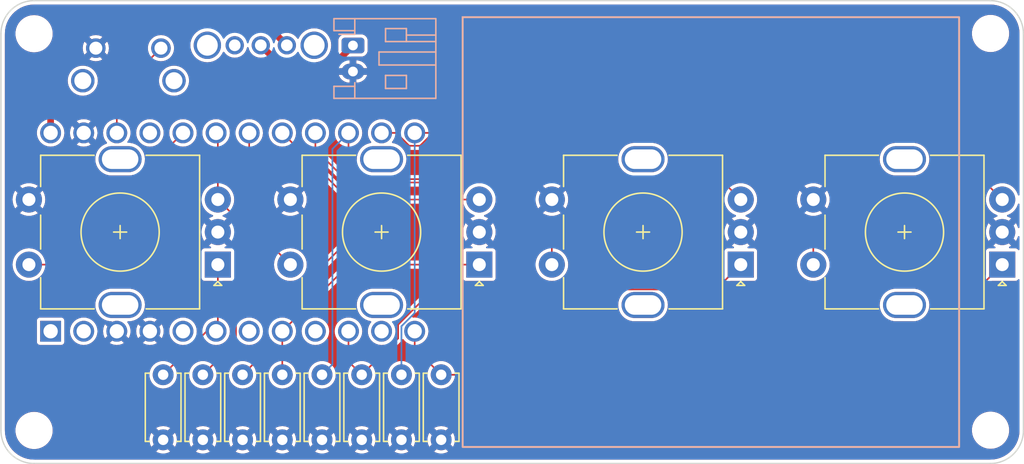
<source format=kicad_pcb>
(kicad_pcb (version 20211014) (generator pcbnew)
  (layers (0 "F.Cu" signal) (31 "B.Cu" signal) (34 "B.Paste" user) (35 "F.Paste" user) (36 "B.SilkS" user "B.Silkscreen") (37 "F.SilkS" user "F.Silkscreen") (38 "B.Mask" user) (39 "F.Mask" user) (44 "Edge.Cuts" user))
  (net 0 "")
  (net 1 "GND")
  (net 2 "Encoder 1 A")
  (net 3 "Encoder 1 B")
  (net 4 "Encoder 2 A")
  (net 5 "Encoder 2 B")
  (net 6 "Encoder 3 A")
  (net 7 "Encoder 3 B")
  (net 8 "Encoder 4 A")
  (net 9 "Encoder 4 B")
  (net 10 "Encoder 1 Switch")
  (net 11 "Encoder 2 Switch")
  (net 12 "Encoder 3 Switch")
  (net 13 "Encoder 4 Switch")
  (net 16 "+5V")
  (net 17 "+BATT")
  (net 18 "Net-(BT1-Pad1)")
  (net 24 "Reset")
  (footprint "MountingHole:MountingHole_2.2mm_M2" (layer "F.Cu") (at 205.486 78.721949)
    (fp_text reference "H4" hide)
    (fp_text value "MountingHole" hide)
    (pad "" np_thru_hole circle (at 0 0) (size 2.2 2.2) (drill 2.2) (layers *.Cu *.Mask))
  )
  (footprint "Capacitor_THT:C_Disc_D5.0mm_W2.5mm_P5.00mm" (layer "F.Cu") (at 141.986 79.462 90)
    (fp_text reference "C1" hide)
    (fp_text value "C" hide)
    (fp_line (start 5.12 -1.37) (end 5.12 -1.055) (layer "F.SilkS") (width 0.12))
    (fp_line (start -0.12 -1.37) (end -0.12 -1.055) (layer "F.SilkS") (width 0.12))
    (fp_line (start -0.12 -1.37) (end 5.12 -1.37) (layer "F.SilkS") (width 0.12))
    (fp_line (start 5.12 1.055) (end 5.12 1.37) (layer "F.SilkS") (width 0.12))
    (fp_line (start -0.12 1.37) (end 5.12 1.37) (layer "F.SilkS") (width 0.12))
    (fp_line (start -0.12 1.055) (end -0.12 1.37) (layer "F.SilkS") (width 0.12))
    (pad "1" thru_hole circle (at 0 0 90) (size 1.6 1.6) (drill 0.8) (layers *.Cu *.Mask) (net 1 "GND"))
    (pad "2" thru_hole circle (at 5 0 90) (size 1.6 1.6) (drill 0.8) (layers *.Cu *.Mask) (net 2 "Encoder 1 A"))
  )
  (footprint "Capacitor_THT:C_Disc_D5.0mm_W2.5mm_P5.00mm" (layer "F.Cu") (at 151.13 79.462 90)
    (fp_text reference "C3" hide)
    (fp_text value "C" hide)
    (fp_line (start -0.12 -1.37) (end -0.12 -1.055) (layer "F.SilkS") (width 0.12))
    (fp_line (start 5.12 1.055) (end 5.12 1.37) (layer "F.SilkS") (width 0.12))
    (fp_line (start -0.12 -1.37) (end 5.12 -1.37) (layer "F.SilkS") (width 0.12))
    (fp_line (start -0.12 1.37) (end 5.12 1.37) (layer "F.SilkS") (width 0.12))
    (fp_line (start 5.12 -1.37) (end 5.12 -1.055) (layer "F.SilkS") (width 0.12))
    (fp_line (start -0.12 1.055) (end -0.12 1.37) (layer "F.SilkS") (width 0.12))
    (pad "1" thru_hole circle (at 0 0 90) (size 1.6 1.6) (drill 0.8) (layers *.Cu *.Mask) (net 1 "GND"))
    (pad "2" thru_hole circle (at 5 0 90) (size 1.6 1.6) (drill 0.8) (layers *.Cu *.Mask) (net 4 "Encoder 2 A"))
  )
  (footprint "Pale Slim Ghost:RotaryEncoder_EC11" (layer "F.Cu") (at 138.684 63.5 180)
    (fp_text reference "SW1" hide)
    (fp_text value "RotaryEncoder_Switch" hide)
    (fp_line (start -6.1 -5.9) (end -6.1 5.9) (layer "F.SilkS") (width 0.12))
    (fp_line (start 6.1 3.5) (end 6.1 5.9) (layer "F.SilkS") (width 0.12))
    (fp_line (start -2 -5.9) (end -6.1 -5.9) (layer "F.SilkS") (width 0.12))
    (fp_line (start 2 -5.9) (end 6.1 -5.9) (layer "F.SilkS") (width 0.12))
    (fp_line (start -7.2 -4.1) (end -7.5 -3.8) (layer "F.SilkS") (width 0.12))
    (fp_line (start 6.1 -5.9) (end 6.1 -3.5) (layer "F.SilkS") (width 0.12))
    (fp_line (start -0.5 0) (end 0.5 0) (layer "F.SilkS") (width 0.12))
    (fp_line (start -2 5.9) (end -6.1 5.9) (layer "F.SilkS") (width 0.12))
    (fp_line (start -7.8 -4.1) (end -7.2 -4.1) (layer "F.SilkS") (width 0.12))
    (fp_line (start 6.1 5.9) (end 2 5.9) (layer "F.SilkS") (width 0.12))
    (fp_line (start 6.1 -1.3) (end 6.1 1.3) (layer "F.SilkS") (width 0.12))
    (fp_line (start -7.5 -3.8) (end -7.8 -4.1) (layer "F.SilkS") (width 0.12))
    (fp_line (start 0 -0.5) (end 0 0.5) (layer "F.SilkS") (width 0.12))
    (fp_circle (center 0 0) (end 3 0) (layer "F.SilkS") (width 0.12) (fill none))
    (pad "" thru_hole oval (at 0 5.6 180) (size 3.3 2) (drill oval 2.8 1.5) (layers *.Cu *.Mask))
    (pad "" thru_hole oval (at 0 -5.6 180) (size 3.3 2) (drill oval 2.8 1.5) (layers *.Cu *.Mask))
    (pad "A" thru_hole rect (at -7.5 -2.5 180) (size 2 2) (drill 1) (layers *.Cu *.Mask) (net 2 "Encoder 1 A"))
    (pad "B" thru_hole circle (at -7.5 2.5 180) (size 2 2) (drill 1) (layers *.Cu *.Mask) (net 3 "Encoder 1 B"))
    (pad "C" thru_hole circle (at -7.5 0 180) (size 2 2) (drill 1) (layers *.Cu *.Mask) (net 1 "GND"))
    (pad "S1" thru_hole circle (at 7 2.5 180) (size 2 2) (drill 1) (layers *.Cu *.Mask) (net 1 "GND"))
    (pad "S2" thru_hole circle (at 7 -2.5 180) (size 2 2) (drill 1) (layers *.Cu *.Mask) (net 10 "Encoder 1 Switch"))
  )
  (footprint "Capacitor_THT:C_Disc_D5.0mm_W2.5mm_P5.00mm" (layer "F.Cu") (at 160.274 74.462 -90)
    (fp_text reference "C8" hide)
    (fp_text value "C" hide)
    (fp_line (start -0.12 1.37) (end 5.12 1.37) (layer "F.SilkS") (width 0.12))
    (fp_line (start 5.12 1.055) (end 5.12 1.37) (layer "F.SilkS") (width 0.12))
    (fp_line (start 5.12 -1.37) (end 5.12 -1.055) (layer "F.SilkS") (width 0.12))
    (fp_line (start -0.12 1.055) (end -0.12 1.37) (layer "F.SilkS") (width 0.12))
    (fp_line (start -0.12 -1.37) (end -0.12 -1.055) (layer "F.SilkS") (width 0.12))
    (fp_line (start -0.12 -1.37) (end 5.12 -1.37) (layer "F.SilkS") (width 0.12))
    (pad "1" thru_hole circle (at 0 0 270) (size 1.6 1.6) (drill 0.8) (layers *.Cu *.Mask) (net 9 "Encoder 4 B"))
    (pad "2" thru_hole circle (at 5 0 270) (size 1.6 1.6) (drill 0.8) (layers *.Cu *.Mask) (net 1 "GND"))
  )
  (footprint "MountingHole:MountingHole_2.2mm_M2" (layer "F.Cu") (at 132.08 48.26)
    (fp_text reference "H1" hide)
    (fp_text value "MountingHole" hide)
    (pad "" np_thru_hole circle (at 0 0) (size 2.2 2.2) (drill 2.2) (layers *.Cu *.Mask))
  )
  (footprint "Pale Slim Ghost:EliteC-back" (layer "F.Cu") (at 147.32 63.5)
    (fp_text reference "U1" hide)
    (fp_text value "ProMicro" hide)
    (pad "1" thru_hole rect (at -13.97 7.62) (size 1.6 1.6) (drill 1.1) (layers *.Cu *.Mask))
    (pad "2" thru_hole circle (at -11.43 7.62) (size 1.6 1.6) (drill 1.1) (layers *.Cu *.Mask))
    (pad "3" thru_hole circle (at -8.89 7.62) (size 1.6 1.6) (drill 1.1) (layers *.Cu *.Mask) (net 1 "GND"))
    (pad "4" thru_hole circle (at -6.35 7.62) (size 1.6 1.6) (drill 1.1) (layers *.Cu *.Mask) (net 1 "GND"))
    (pad "5" thru_hole circle (at -3.81 7.62) (size 1.6 1.6) (drill 1.1) (layers *.Cu *.Mask))
    (pad "6" thru_hole circle (at -1.27 7.62) (size 1.6 1.6) (drill 1.1) (layers *.Cu *.Mask) (net 2 "Encoder 1 A"))
    (pad "7" thru_hole circle (at 1.27 7.62) (size 1.6 1.6) (drill 1.1) (layers *.Cu *.Mask))
    (pad "8" thru_hole circle (at 3.81 7.62) (size 1.6 1.6) (drill 1.1) (layers *.Cu *.Mask) (net 4 "Encoder 2 A"))
    (pad "9" thru_hole circle (at 6.35 7.62) (size 1.6 1.6) (drill 1.1) (layers *.Cu *.Mask))
    (pad "10" thru_hole circle (at 8.89 7.62) (size 1.6 1.6) (drill 1.1) (layers *.Cu *.Mask) (net 6 "Encoder 3 A"))
    (pad "11" thru_hole circle (at 11.43 7.62) (size 1.6 1.6) (drill 1.1) (layers *.Cu *.Mask))
    (pad "12" thru_hole circle (at 13.97 7.62) (size 1.6 1.6) (drill 1.1) (layers *.Cu *.Mask) (net 8 "Encoder 4 A"))
    (pad "13" thru_hole circle (at 13.97 -7.62) (size 1.6 1.6) (drill 1.1) (layers *.Cu *.Mask) (net 9 "Encoder 4 B"))
    (pad "14" thru_hole circle (at 11.43 -7.62) (size 1.6 1.6) (drill 1.1) (layers *.Cu *.Mask) (net 13 "Encoder 4 Switch"))
    (pad "15" thru_hole circle (at 8.89 -7.62) (size 1.6 1.6) (drill 1.1) (layers *.Cu *.Mask) (net 7 "Encoder 3 B"))
    (pad "16" thru_hole circle (at 6.35 -7.62) (size 1.6 1.6) (drill 1.1) (layers *.Cu *.Mask) (net 12 "Encoder 3 Switch"))
    (pad "17" thru_hole circle (at 3.81 -7.62) (size 1.6 1.6) (drill 1.1) (layers *.Cu *.Mask) (net 5 "Encoder 2 B"))
    (pad "18" thru_hole circle (at 1.27 -7.62) (size 1.6 1.6) (drill 1.1) (layers *.Cu *.Mask) (net 11 "Encoder 2 Switch"))
    (pad "19" thru_hole circle (at -1.27 -7.62) (size 1.6 1.6) (drill 1.1) (layers *.Cu *.Mask) (net 3 "Encoder 1 B"))
    (pad "20" thru_hole circle (at -3.81 -7.62) (size 1.6 1.6) (drill 1.1) (layers *.Cu *.Mask) (net 10 "Encoder 1 Switch"))
    (pad "21" thru_hole circle (at -6.35 -7.62) (size 1.6 1.6) (drill 1.1) (layers *.Cu *.Mask) (net 16 "+5V"))
    (pad "22" thru_hole circle (at -8.89 -7.62) (size 1.6 1.6) (drill 1.1) (layers *.Cu *.Mask) (net 24 "Reset"))
    (pad "23" thru_hole circle (at -11.43 -7.62) (size 1.6 1.6) (drill 1.1) (layers *.Cu *.Mask) (net 1 "GND"))
    (pad "24" thru_hole circle (at -13.97 -7.62) (size 1.6 1.6) (drill 1.1) (layers *.Cu *.Mask) (net 17 "+BATT"))
  )
  (footprint "Capacitor_THT:C_Disc_D5.0mm_W2.5mm_P5.00mm" (layer "F.Cu") (at 154.178 74.462 -90)
    (fp_text reference "C6" hide)
    (fp_text value "C" hide)
    (fp_line (start -0.12 -1.37) (end -0.12 -1.055) (layer "F.SilkS") (width 0.12))
    (fp_line (start -0.12 1.37) (end 5.12 1.37) (layer "F.SilkS") (width 0.12))
    (fp_line (start 5.12 -1.37) (end 5.12 -1.055) (layer "F.SilkS") (width 0.12))
    (fp_line (start -0.12 1.055) (end -0.12 1.37) (layer "F.SilkS") (width 0.12))
    (fp_line (start 5.12 1.055) (end 5.12 1.37) (layer "F.SilkS") (width 0.12))
    (fp_line (start -0.12 -1.37) (end 5.12 -1.37) (layer "F.SilkS") (width 0.12))
    (pad "1" thru_hole circle (at 0 0 270) (size 1.6 1.6) (drill 0.8) (layers *.Cu *.Mask) (net 7 "Encoder 3 B"))
    (pad "2" thru_hole circle (at 5 0 270) (size 1.6 1.6) (drill 0.8) (layers *.Cu *.Mask) (net 1 "GND"))
  )
  (footprint "Capacitor_THT:C_Disc_D5.0mm_W2.5mm_P5.00mm" (layer "F.Cu") (at 163.322 79.462 90)
    (fp_text reference "C7" hide)
    (fp_text value "C" hide)
    (fp_line (start 5.12 1.055) (end 5.12 1.37) (layer "F.SilkS") (width 0.12))
    (fp_line (start -0.12 1.37) (end 5.12 1.37) (layer "F.SilkS") (width 0.12))
    (fp_line (start -0.12 -1.37) (end -0.12 -1.055) (layer "F.SilkS") (width 0.12))
    (fp_line (start 5.12 -1.37) (end 5.12 -1.055) (layer "F.SilkS") (width 0.12))
    (fp_line (start -0.12 1.055) (end -0.12 1.37) (layer "F.SilkS") (width 0.12))
    (fp_line (start -0.12 -1.37) (end 5.12 -1.37) (layer "F.SilkS") (width 0.12))
    (pad "1" thru_hole circle (at 0 0 90) (size 1.6 1.6) (drill 0.8) (layers *.Cu *.Mask) (net 1 "GND"))
    (pad "2" thru_hole circle (at 5 0 90) (size 1.6 1.6) (drill 0.8) (layers *.Cu *.Mask) (net 8 "Encoder 4 A"))
  )
  (footprint "MountingHole:MountingHole_2.2mm_M2" (layer "F.Cu") (at 205.486 48.241949)
    (fp_text reference "H2" hide)
    (fp_text value "MountingHole" hide)
    (pad "" np_thru_hole circle (at 0 0) (size 2.2 2.2) (drill 2.2) (layers *.Cu *.Mask))
  )
  (footprint "Capacitor_THT:C_Disc_D5.0mm_W2.5mm_P5.00mm" (layer "F.Cu") (at 145.034 74.462 -90)
    (fp_text reference "C2" hide)
    (fp_text value "C" hide)
    (fp_line (start -0.12 1.37) (end 5.12 1.37) (layer "F.SilkS") (width 0.12))
    (fp_line (start -0.12 -1.37) (end 5.12 -1.37) (layer "F.SilkS") (width 0.12))
    (fp_line (start -0.12 -1.37) (end -0.12 -1.055) (layer "F.SilkS") (width 0.12))
    (fp_line (start 5.12 -1.37) (end 5.12 -1.055) (layer "F.SilkS") (width 0.12))
    (fp_line (start -0.12 1.055) (end -0.12 1.37) (layer "F.SilkS") (width 0.12))
    (fp_line (start 5.12 1.055) (end 5.12 1.37) (layer "F.SilkS") (width 0.12))
    (pad "1" thru_hole circle (at 0 0 270) (size 1.6 1.6) (drill 0.8) (layers *.Cu *.Mask) (net 3 "Encoder 1 B"))
    (pad "2" thru_hole circle (at 5 0 270) (size 1.6 1.6) (drill 0.8) (layers *.Cu *.Mask) (net 1 "GND"))
  )
  (footprint "Capacitor_THT:C_Disc_D5.0mm_W2.5mm_P5.00mm" (layer "F.Cu") (at 157.226 79.462 90)
    (fp_text reference "C5" hide)
    (fp_text value "C" hide)
    (fp_line (start 5.12 -1.37) (end 5.12 -1.055) (layer "F.SilkS") (width 0.12))
    (fp_line (start -0.12 1.37) (end 5.12 1.37) (layer "F.SilkS") (width 0.12))
    (fp_line (start 5.12 1.055) (end 5.12 1.37) (layer "F.SilkS") (width 0.12))
    (fp_line (start -0.12 1.055) (end -0.12 1.37) (layer "F.SilkS") (width 0.12))
    (fp_line (start -0.12 -1.37) (end -0.12 -1.055) (layer "F.SilkS") (width 0.12))
    (fp_line (start -0.12 -1.37) (end 5.12 -1.37) (layer "F.SilkS") (width 0.12))
    (pad "1" thru_hole circle (at 0 0 90) (size 1.6 1.6) (drill 0.8) (layers *.Cu *.Mask) (net 1 "GND"))
    (pad "2" thru_hole circle (at 5 0 90) (size 1.6 1.6) (drill 0.8) (layers *.Cu *.Mask) (net 6 "Encoder 3 A"))
  )
  (footprint "Pale Slim Ghost:RotaryEncoder_EC11" (layer "F.Cu") (at 158.75 63.5 180)
    (fp_text reference "SW2" hide)
    (fp_text value "RotaryEncoder_Switch" hide)
    (fp_line (start 0 -0.5) (end 0 0.5) (layer "F.SilkS") (width 0.12))
    (fp_line (start 2 -5.9) (end 6.1 -5.9) (layer "F.SilkS") (width 0.12))
    (fp_line (start -7.8 -4.1) (end -7.2 -4.1) (layer "F.SilkS") (width 0.12))
    (fp_line (start -7.2 -4.1) (end -7.5 -3.8) (layer "F.SilkS") (width 0.12))
    (fp_line (start -7.5 -3.8) (end -7.8 -4.1) (layer "F.SilkS") (width 0.12))
    (fp_line (start 6.1 -5.9) (end 6.1 -3.5) (layer "F.SilkS") (width 0.12))
    (fp_line (start 6.1 -1.3) (end 6.1 1.3) (layer "F.SilkS") (width 0.12))
    (fp_line (start -2 5.9) (end -6.1 5.9) (layer "F.SilkS") (width 0.12))
    (fp_line (start -0.5 0) (end 0.5 0) (layer "F.SilkS") (width 0.12))
    (fp_line (start -2 -5.9) (end -6.1 -5.9) (layer "F.SilkS") (width 0.12))
    (fp_line (start 6.1 5.9) (end 2 5.9) (layer "F.SilkS") (width 0.12))
    (fp_line (start -6.1 -5.9) (end -6.1 5.9) (layer "F.SilkS") (width 0.12))
    (fp_line (start 6.1 3.5) (end 6.1 5.9) (layer "F.SilkS") (width 0.12))
    (fp_circle (center 0 0) (end 3 0) (layer "F.SilkS") (width 0.12) (fill none))
    (pad "" thru_hole oval (at 0 5.6 180) (size 3.3 2) (drill oval 2.8 1.5) (layers *.Cu *.Mask))
    (pad "" thru_hole oval (at 0 -5.6 180) (size 3.3 2) (drill oval 2.8 1.5) (layers *.Cu *.Mask))
    (pad "A" thru_hole rect (at -7.5 -2.5 180) (size 2 2) (drill 1) (layers *.Cu *.Mask) (net 4 "Encoder 2 A"))
    (pad "B" thru_hole circle (at -7.5 2.5 180) (size 2 2) (drill 1) (layers *.Cu *.Mask) (net 5 "Encoder 2 B"))
    (pad "C" thru_hole circle (at -7.5 0 180) (size 2 2) (drill 1) (layers *.Cu *.Mask) (net 1 "GND"))
    (pad "S1" thru_hole circle (at 7 2.5 180) (size 2 2) (drill 1) (layers *.Cu *.Mask) (net 1 "GND"))
    (pad "S2" thru_hole circle (at 7 -2.5 180) (size 2 2) (drill 1) (layers *.Cu *.Mask) (net 11 "Encoder 2 Switch"))
  )
  (footprint "Pale Slim Ghost:RotaryEncoder_EC11" (layer "F.Cu") (at 178.816 63.5 180)
    (fp_text reference "SW3" hide)
    (fp_text value "RotaryEncoder_Switch" hide)
    (fp_line (start 0 -0.5) (end 0 0.5) (layer "F.SilkS") (width 0.12))
    (fp_line (start -7.2 -4.1) (end -7.5 -3.8) (layer "F.SilkS") (width 0.12))
    (fp_line (start -2 -5.9) (end -6.1 -5.9) (layer "F.SilkS") (width 0.12))
    (fp_line (start -2 5.9) (end -6.1 5.9) (layer "F.SilkS") (width 0.12))
    (fp_line (start 6.1 -5.9) (end 6.1 -3.5) (layer "F.SilkS") (width 0.12))
    (fp_line (start 6.1 3.5) (end 6.1 5.9) (layer "F.SilkS") (width 0.12))
    (fp_line (start -6.1 -5.9) (end -6.1 5.9) (layer "F.SilkS") (width 0.12))
    (fp_line (start 6.1 5.9) (end 2 5.9) (layer "F.SilkS") (width 0.12))
    (fp_line (start -0.5 0) (end 0.5 0) (layer "F.SilkS") (width 0.12))
    (fp_line (start 2 -5.9) (end 6.1 -5.9) (layer "F.SilkS") (width 0.12))
    (fp_line (start -7.8 -4.1) (end -7.2 -4.1) (layer "F.SilkS") (width 0.12))
    (fp_line (start 6.1 -1.3) (end 6.1 1.3) (layer "F.SilkS") (width 0.12))
    (fp_line (start -7.5 -3.8) (end -7.8 -4.1) (layer "F.SilkS") (width 0.12))
    (fp_circle (center 0 0) (end 3 0) (layer "F.SilkS") (width 0.12) (fill none))
    (pad "" thru_hole oval (at 0 5.6 180) (size 3.3 2) (drill oval 2.8 1.5) (layers *.Cu *.Mask))
    (pad "" thru_hole oval (at 0 -5.6 180) (size 3.3 2) (drill oval 2.8 1.5) (layers *.Cu *.Mask))
    (pad "A" thru_hole rect (at -7.5 -2.5 180) (size 2 2) (drill 1) (layers *.Cu *.Mask) (net 6 "Encoder 3 A"))
    (pad "B" thru_hole circle (at -7.5 2.5 180) (size 2 2) (drill 1) (layers *.Cu *.Mask) (net 7 "Encoder 3 B"))
    (pad "C" thru_hole circle (at -7.5 0 180) (size 2 2) (drill 1) (layers *.Cu *.Mask) (net 1 "GND"))
    (pad "S1" thru_hole circle (at 7 2.5 180) (size 2 2) (drill 1) (layers *.Cu *.Mask) (net 1 "GND"))
    (pad "S2" thru_hole circle (at 7 -2.5 180) (size 2 2) (drill 1) (layers *.Cu *.Mask) (net 12 "Encoder 3 Switch"))
  )
  (footprint "Pale Slim Ghost:RotaryEncoder_EC11" (layer "F.Cu") (at 198.882 63.5 180)
    (fp_text reference "SW4" hide)
    (fp_text value "RotaryEncoder_Switch" hide)
    (fp_line (start -7.2 -4.1) (end -7.5 -3.8) (layer "F.SilkS") (width 0.12))
    (fp_line (start 6.1 -1.3) (end 6.1 1.3) (layer "F.SilkS") (width 0.12))
    (fp_line (start -2 5.9) (end -6.1 5.9) (layer "F.SilkS") (width 0.12))
    (fp_line (start -6.1 -5.9) (end -6.1 5.9) (layer "F.SilkS") (width 0.12))
    (fp_line (start 0 -0.5) (end 0 0.5) (layer "F.SilkS") (width 0.12))
    (fp_line (start 6.1 -5.9) (end 6.1 -3.5) (layer "F.SilkS") (width 0.12))
    (fp_line (start -0.5 0) (end 0.5 0) (layer "F.SilkS") (width 0.12))
    (fp_line (start -2 -5.9) (end -6.1 -5.9) (layer "F.SilkS") (width 0.12))
    (fp_line (start 2 -5.9) (end 6.1 -5.9) (layer "F.SilkS") (width 0.12))
    (fp_line (start -7.8 -4.1) (end -7.2 -4.1) (layer "F.SilkS") (width 0.12))
    (fp_line (start 6.1 5.9) (end 2 5.9) (layer "F.SilkS") (width 0.12))
    (fp_line (start -7.5 -3.8) (end -7.8 -4.1) (layer "F.SilkS") (width 0.12))
    (fp_line (start 6.1 3.5) (end 6.1 5.9) (layer "F.SilkS") (width 0.12))
    (fp_circle (center 0 0) (end 3 0) (layer "F.SilkS") (width 0.12) (fill none))
    (pad "" thru_hole oval (at 0 -5.6 180) (size 3.3 2) (drill oval 2.8 1.5) (layers *.Cu *.Mask))
    (pad "" thru_hole oval (at 0 5.6 180) (size 3.3 2) (drill oval 2.8 1.5) (layers *.Cu *.Mask))
    (pad "A" thru_hole rect (at -7.5 -2.5 180) (size 2 2) (drill 1) (layers *.Cu *.Mask) (net 8 "Encoder 4 A"))
    (pad "B" thru_hole circle (at -7.5 2.5 180) (size 2 2) (drill 1) (layers *.Cu *.Mask) (net 9 "Encoder 4 B"))
    (pad "C" thru_hole circle (at -7.5 0 180) (size 2 2) (drill 1) (layers *.Cu *.Mask) (net 1 "GND"))
    (pad "S1" thru_hole circle (at 7 2.5 180) (size 2 2) (drill 1) (layers *.Cu *.Mask) (net 1 "GND"))
    (pad "S2" thru_hole circle (at 7 -2.5 180) (size 2 2) (drill 1) (layers *.Cu *.Mask) (net 13 "Encoder 4 Switch"))
  )
  (footprint "Capacitor_THT:C_Disc_D5.0mm_W2.5mm_P5.00mm" (layer "F.Cu") (at 148.082 74.462 -90)
    (fp_text reference "C4" hide)
    (fp_text value "C" hide)
    (fp_line (start -0.12 -1.37) (end 5.12 -1.37) (layer "F.SilkS") (width 0.12))
    (fp_line (start -0.12 1.37) (end 5.12 1.37) (layer "F.SilkS") (width 0.12))
    (fp_line (start 5.12 -1.37) (end 5.12 -1.055) (layer "F.SilkS") (width 0.12))
    (fp_line (start 5.12 1.055) (end 5.12 1.37) (layer "F.SilkS") (width 0.12))
    (fp_line (start -0.12 1.055) (end -0.12 1.37) (layer "F.SilkS") (width 0.12))
    (fp_line (start -0.12 -1.37) (end -0.12 -1.055) (layer "F.SilkS") (width 0.12))
    (pad "1" thru_hole circle (at 0 0 270) (size 1.6 1.6) (drill 0.8) (layers *.Cu *.Mask) (net 5 "Encoder 2 B"))
    (pad "2" thru_hole circle (at 5 0 270) (size 1.6 1.6) (drill 0.8) (layers *.Cu *.Mask) (net 1 "GND"))
  )
  (footprint "MountingHole:MountingHole_2.2mm_M2" (layer "F.Cu") (at 132.08 78.74)
    (fp_text reference "H3" hide)
    (fp_text value "MountingHole" hide)
    (pad "" np_thru_hole circle (at 0 0) (size 2.2 2.2) (drill 2.2) (layers *.Cu *.Mask))
  )
  (footprint "Pale Slim Ghost:EG1247" (layer "B.Cu") (at 149.479 49.149)
    (fp_text reference "SW5" hide)
    (fp_text value "SW_SPDT" hide)
    (pad "" thru_hole circle (at -4.1 0) (size 2.1 2.1) (drill 1.6) (layers *.Cu *.Mask))
    (pad "" thru_hole circle (at 4.1 0) (size 2.1 2.1) (drill 1.6) (layers *.Cu *.Mask))
    (pad "1" thru_hole circle (at -2 0) (size 1.4 1.4) (drill 0.9) (layers *.Cu *.Mask))
    (pad "2" thru_hole circle (at 0 0) (size 1.4 1.4) (drill 0.9) (layers *.Cu *.Mask) (net 18 "Net-(BT1-Pad1)"))
    (pad "3" thru_hole circle (at 2 0) (size 1.4 1.4) (drill 0.9) (layers *.Cu *.Mask) (net 17 "+BATT"))
  )
  (footprint "Connector_JST:JST_PH_S2B-PH-K_1x02_P2.00mm_Horizontal" (layer "B.Cu") (at 156.554 49.165 -90)
    (fp_text reference "BT1" hide)
    (fp_text value "Battery_Cell" hide)
    (fp_line (start 4.06 -0.14) (end 3.14 -0.14) (layer "B.SilkS") (width 0.12))
    (fp_line (start -1.14 1.46) (end -2.06 1.46) (layer "B.SilkS") (width 0.12))
    (fp_line (start 3.14 -0.14) (end 2.86 -0.14) (layer "B.SilkS") (width 0.12))
    (fp_line (start -0.86 -0.14) (end -1.14 -0.14) (layer "B.SilkS") (width 0.12))
    (fp_line (start -1.3 -4.1) (end -0.3 -4.1) (layer "B.SilkS") (width 0.12))
    (fp_line (start 4.06 -6.36) (end 4.06 1.46) (layer "B.SilkS") (width 0.12))
    (fp_line (start 3.14 1.46) (end 3.14 -0.14) (layer "B.SilkS") (width 0.12))
    (fp_line (start 3.3 -4.1) (end 2.3 -4.1) (layer "B.SilkS") (width 0.12))
    (fp_line (start -2.06 -6.36) (end 4.06 -6.36) (layer "B.SilkS") (width 0.12))
    (fp_line (start -1.14 -0.14) (end -1.14 1.46) (layer "B.SilkS") (width 0.12))
    (fp_line (start 2.3 -4.1) (end 2.3 -2.5) (layer "B.SilkS") (width 0.12))
    (fp_line (start 3.3 -2.5) (end 3.3 -4.1) (layer "B.SilkS") (width 0.12))
    (fp_line (start -0.86 -0.14) (end -0.86 1.075) (layer "B.SilkS") (width 0.12))
    (fp_line (start 0.5 -6.36) (end 0.5 -2) (layer "B.SilkS") (width 0.12))
    (fp_line (start -2.06 1.46) (end -2.06 -6.36) (layer "B.SilkS") (width 0.12))
    (fp_line (start -0.3 -4.1) (end -0.3 -2.5) (layer "B.SilkS") (width 0.12))
    (fp_line (start 0.5 -2) (end 1.5 -2) (layer "B.SilkS") (width 0.12))
    (fp_line (start -0.3 -4.1) (end -0.3 -6.36) (layer "B.SilkS") (width 0.12))
    (fp_line (start -1.3 -2.5) (end -1.3 -4.1) (layer "B.SilkS") (width 0.12))
    (fp_line (start 2.3 -2.5) (end 3.3 -2.5) (layer "B.SilkS") (width 0.12))
    (fp_line (start 1.5 -2) (end 1.5 -6.36) (layer "B.SilkS") (width 0.12))
    (fp_line (start -2.06 -0.14) (end -1.14 -0.14) (layer "B.SilkS") (width 0.12))
    (fp_line (start 4.06 1.46) (end 3.14 1.46) (layer "B.SilkS") (width 0.12))
    (fp_line (start -0.8 -4.1) (end -0.8 -6.36) (layer "B.SilkS") (width 0.12))
    (fp_line (start -0.3 -2.5) (end -1.3 -2.5) (layer "B.SilkS") (width 0.12))
    (pad "1" thru_hole roundrect (at 0 0 270) (size 1.2 1.75) (drill 0.75) (layers *.Cu *.Mask) (roundrect_rratio 0.208333) (net 18 "Net-(BT1-Pad1)"))
    (pad "2" thru_hole oval (at 2 0 270) (size 1.2 1.75) (drill 0.75) (layers *.Cu *.Mask) (net 1 "GND"))
  )
  (footprint "Pale Slim Ghost:MJPT1117 Tactile Switch" (layer "B.Cu") (at 139.319 49.3695)
    (fp_text reference "SW6" hide)
    (fp_text value "SW_Push" hide)
    (pad "" thru_hole circle (at -3.5 2.5) (size 1.8 1.8) (drill 1.3) (layers *.Cu *.Mask))
    (pad "" thru_hole circle (at 3.5 2.5) (size 1.8 1.8) (drill 1.3) (layers *.Cu *.Mask))
    (pad "1" thru_hole circle (at -2.5 0) (size 1.5 1.5) (drill 1) (layers *.Cu *.Mask) (net 1 "GND"))
    (pad "2" thru_hole circle (at 2.5 0) (size 1.5 1.5) (drill 1) (layers *.Cu *.Mask) (net 24 "Reset"))
  )
  (gr_rect (start 164.973 80.01) (end 203.073 46.99) (layer "B.SilkS") (width 0.15) (fill none))
  (gr_line (start 129.54 78.74) (end 129.54 48.26) (layer "Edge.Cuts") (width 0.1))
  (gr_arc (start 132.08 81.28) (mid 130.283949 80.536051) (end 129.54 78.74) (layer "Edge.Cuts") (width 0.1))
  (gr_line (start 205.467949 81.28) (end 132.08 81.28) (layer "Edge.Cuts") (width 0.1))
  (gr_line (start 208.007949 48.26) (end 208.007949 78.74) (layer "Edge.Cuts") (width 0.1))
  (gr_line (start 132.08 45.72) (end 205.467949 45.72) (layer "Edge.Cuts") (width 0.1))
  (gr_arc (start 205.467949 45.72) (mid 207.264 46.463949) (end 208.007949 48.26) (layer "Edge.Cuts") (width 0.1))
  (gr_arc (start 208.007949 78.74) (mid 207.264 80.536051) (end 205.467949 81.28) (layer "Edge.Cuts") (width 0.1))
  (gr_arc (start 129.54 48.26) (mid 130.283949 46.463949) (end 132.08 45.72) (layer "Edge.Cuts") (width 0.1))
  (segment (start 145.328 71.12) (end 146.05 71.12) (width 0.127) (layer "F.Cu") (net 2))
  (segment (start 146.184 70.986) (end 146.184 66) (width 0.127) (layer "F.Cu") (net 2))
  (segment (start 141.986 74.462) (end 145.328 71.12) (width 0.127) (layer "F.Cu") (net 2))
  (segment (start 146.05 71.12) (end 146.184 70.986) (width 0.127) (layer "F.Cu") (net 2))
  (segment (start 147.574 62.39) (end 146.184 61) (width 0.127) (layer "F.Cu") (net 3))
  (segment (start 146.184 56.014) (end 146.184 61) (width 0.127) (layer "F.Cu") (net 3))
  (segment (start 146.05 55.88) (end 146.184 56.014) (width 0.127) (layer "F.Cu") (net 3))
  (segment (start 147.574 71.922) (end 147.574 62.39) (width 0.127) (layer "F.Cu") (net 3))
  (segment (start 145.034 74.462) (end 147.574 71.922) (width 0.127) (layer "F.Cu") (net 3))
  (segment (start 156.25 66) (end 166.25 66) (width 0.127) (layer "F.Cu") (net 4))
  (segment (start 151.13 71.12) (end 156.25 66) (width 0.127) (layer "F.Cu") (net 4))
  (segment (start 151.13 74.462) (end 151.13 71.12) (width 0.127) (layer "F.Cu") (net 4))
  (segment (start 149.86 72.684) (end 149.86 70.47377) (width 0.127) (layer "F.Cu") (net 5))
  (segment (start 156.25 64.08377) (end 156.25 61) (width 0.127) (layer "F.Cu") (net 5))
  (segment (start 151.13 55.88) (end 156.25 61) (width 0.127) (layer "F.Cu") (net 5))
  (segment (start 156.25 61) (end 166.25 61) (width 0.127) (layer "F.Cu") (net 5))
  (segment (start 149.86 70.47377) (end 156.25 64.08377) (width 0.127) (layer "F.Cu") (net 5))
  (segment (start 148.082 74.462) (end 149.86 72.684) (width 0.127) (layer "F.Cu") (net 5))
  (segment (start 160.02 70.612) (end 162.7225 67.9095) (width 0.127) (layer "F.Cu") (net 6))
  (segment (start 157.226 74.462) (end 160.02 71.668) (width 0.127) (layer "F.Cu") (net 6))
  (segment (start 160.02 71.668) (end 160.02 70.612) (width 0.127) (layer "F.Cu") (net 6))
  (segment (start 184.4065 67.9095) (end 186.316 66) (width 0.127) (layer "F.Cu") (net 6))
  (segment (start 162.7225 67.9095) (end 184.4065 67.9095) (width 0.127) (layer "F.Cu") (net 6))
  (segment (start 156.21 73.446) (end 157.226 74.462) (width 0.127) (layer "F.Cu") (net 6))
  (segment (start 156.21 71.12) (end 156.21 73.446) (width 0.127) (layer "F.Cu") (net 6))
  (segment (start 157.734 59.436) (end 184.752 59.436) (width 0.127) (layer "F.Cu") (net 7))
  (segment (start 156.21 55.88) (end 156.21 57.912) (width 0.127) (layer "F.Cu") (net 7))
  (segment (start 156.21 57.912) (end 157.734 59.436) (width 0.127) (layer "F.Cu") (net 7))
  (segment (start 184.752 59.436) (end 186.316 61) (width 0.127) (layer "F.Cu") (net 7))
  (segment (start 154.977999 57.112001) (end 156.21 55.88) (width 0.127) (layer "B.Cu") (net 7))
  (segment (start 154.977999 73.662001) (end 154.977999 57.112001) (width 0.127) (layer "B.Cu") (net 7))
  (segment (start 154.178 74.462) (end 154.977999 73.662001) (width 0.127) (layer "B.Cu") (net 7))
  (segment (start 163.322 74.462) (end 197.92 74.462) (width 0.127) (layer "F.Cu") (net 8))
  (segment (start 197.92 74.462) (end 206.382 66) (width 0.127) (layer "F.Cu") (net 8))
  (segment (start 161.29 72.43) (end 163.322 74.462) (width 0.127) (layer "F.Cu") (net 8))
  (segment (start 161.29 71.12) (end 161.29 72.43) (width 0.127) (layer "F.Cu") (net 8))
  (segment (start 201.262 55.88) (end 206.382 61) (width 0.127) (layer "F.Cu") (net 9))
  (segment (start 161.29 55.88) (end 201.262 55.88) (width 0.127) (layer "F.Cu") (net 9))
  (segment (start 160.274 74.462) (end 160.274 70.735221) (width 0.127) (layer "B.Cu") (net 9))
  (segment (start 161.29 69.719221) (end 161.29 55.88) (width 0.127) (layer "B.Cu") (net 9))
  (segment (start 160.274 70.735221) (end 161.29 69.719221) (width 0.127) (layer "B.Cu") (net 9))
  (segment (start 131.684 66) (end 133.39 66) (width 0.127) (layer "F.Cu") (net 10))
  (segment (start 133.39 66) (end 143.51 55.88) (width 0.127) (layer "F.Cu") (net 10))
  (segment (start 148.59 62.84) (end 151.75 66) (width 0.127) (layer "F.Cu") (net 11))
  (segment (start 148.59 55.88) (end 148.59 62.84) (width 0.127) (layer "F.Cu") (net 11))
  (segment (start 166.878 59.69) (end 171.816 64.628) (width 0.127) (layer "F.Cu") (net 12))
  (segment (start 171.816 64.628) (end 171.816 66) (width 0.127) (layer "F.Cu") (net 12))
  (segment (start 153.67 55.88) (end 153.67 57.15) (width 0.127) (layer "F.Cu") (net 12))
  (segment (start 156.21 59.69) (end 166.878 59.69) (width 0.127) (layer "F.Cu") (net 12))
  (segment (start 153.67 57.15) (end 156.21 59.69) (width 0.127) (layer "F.Cu") (net 12))
  (segment (start 159.88137 55.88) (end 160.87187 56.8705) (width 0.127) (layer "F.Cu") (net 13))
  (segment (start 191.882 63.358) (end 191.882 66) (width 0.127) (layer "F.Cu") (net 13))
  (segment (start 158.75 55.88) (end 159.88137 55.88) (width 0.127) (layer "F.Cu") (net 13))
  (segment (start 184.658 56.134) (end 191.882 63.358) (width 0.127) (layer "F.Cu") (net 13))
  (segment (start 161.700279 56.8705) (end 162.436779 56.134) (width 0.127) (layer "F.Cu") (net 13))
  (segment (start 160.87187 56.8705) (end 161.700279 56.8705) (width 0.127) (layer "F.Cu") (net 13))
  (segment (start 162.436779 56.134) (end 184.658 56.134) (width 0.127) (layer "F.Cu") (net 13))
  (segment (start 133.35 50.292) (end 133.35 55.88) (width 0.508) (layer "F.Cu") (net 17))
  (segment (start 149.701 47.371) (end 136.271 47.371) (width 0.508) (layer "F.Cu") (net 17))
  (segment (start 136.271 47.371) (end 133.35 50.292) (width 0.508) (layer "F.Cu") (net 17))
  (segment (start 151.479 49.149) (end 149.701 47.371) (width 0.508) (layer "F.Cu") (net 17))
  (segment (start 149.479 49.149) (end 151.406163 51.076163) (width 0.508) (layer "F.Cu") (net 18))
  (segment (start 154.642837 51.076163) (end 156.554 49.165) (width 0.508) (layer "F.Cu") (net 18))
  (segment (start 151.406163 51.076163) (end 154.642837 51.076163) (width 0.508) (layer "F.Cu") (net 18))
  (segment (start 138.43 52.7585) (end 138.43 55.88) (width 0.127) (layer "F.Cu") (net 24))
  (segment (start 141.819 49.3695) (end 138.43 52.7585) (width 0.127) (layer "F.Cu") (net 24))
  (zone (net 1) (net_name "GND") (layers F&B.Cu) (connect_pads (clearance 0.254)) (min_thickness 0.127) (fill yes (thermal_gap 0.254) (thermal_bridge_width 0.508))
    (polygon (pts (xy 208.026 81.28) (xy 129.54 81.28) (xy 129.54 45.72) (xy 208.026 45.72)))
  )
)
</source>
